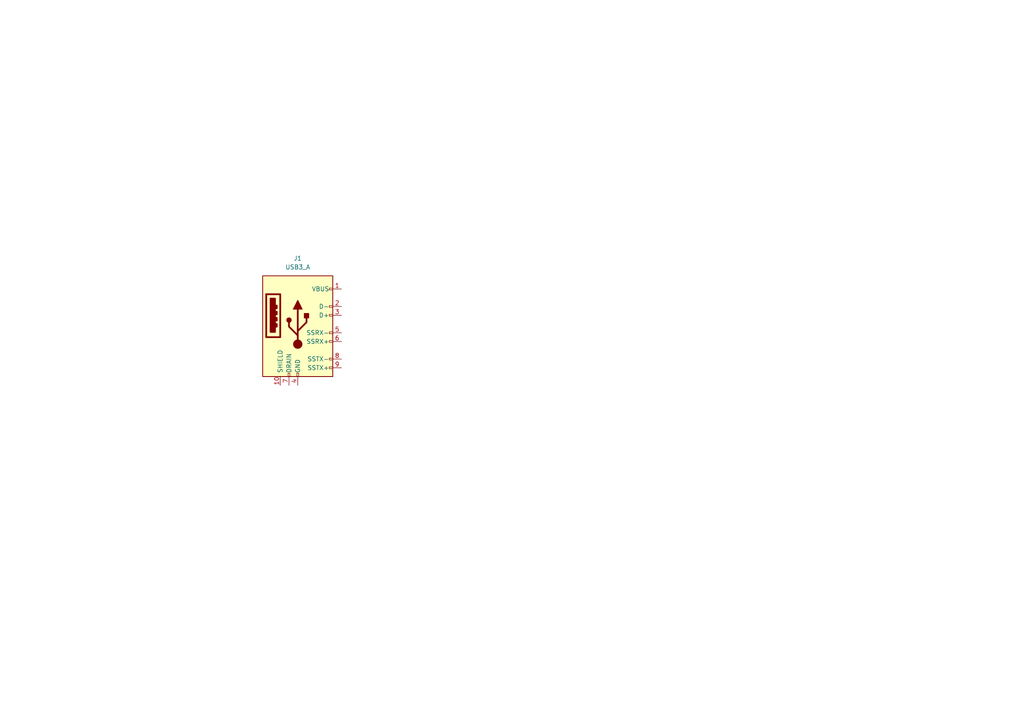
<source format=kicad_sch>
(kicad_sch (version 20230121) (generator eeschema)
  (paper "A4")
  (lib_symbols
    (symbol "Connector:USB3_A" (pin_names (offset 1.016))
      (property "Reference" "J" (at -10.16 15.24 0))
      (property "Value" "USB3_A" (at 10.16 15.24 0))
      (symbol "USB3_A_0_0"
        (rectangle (start -9.144 8.636) (end -5.08 -3.81) (stroke (width 0.508)))
        (rectangle (start -7.874 7.366) (end -6.604 -2.286) (stroke (width 0.508)) (fill (type outline)))
        (rectangle (start -6.35 0) (end -6.096 -0.762) (stroke (width 0.508)))
        (rectangle (start -6.35 1.778) (end -6.096 1.016) (stroke (width 0.508)))
        (rectangle (start -6.35 3.556) (end -6.096 2.794) (stroke (width 0.508)))
        (rectangle (start -6.35 5.334) (end -6.096 4.572) (stroke (width 0.508)))
        (rectangle (start -2.794 -15.24) (end -2.286 -14.224))
        (rectangle (start -0.254 -15.24) (end 0.254 -14.224))
        (rectangle (start 10.16 -12.446) (end 9.144 -12.954))
        (rectangle (start 10.16 -9.906) (end 9.144 -10.414))
        (rectangle (start 10.16 -4.826) (end 9.144 -5.334))
        (rectangle (start 10.16 -2.286) (end 9.144 -2.794))
        (rectangle (start 10.16 2.794) (end 9.144 2.286))
        (rectangle (start 10.16 5.334) (end 9.144 4.826))
        (rectangle (start 10.16 10.414) (end 9.144 9.906))
      )
      (symbol "USB3_A_0_1"
        (rectangle (start -10.16 13.97) (end 10.16 -15.24) (stroke (width 0.254)) (fill (type background)))
      )
      (symbol "USB3_A_1_1"
        (circle (center -2.54 1.143) (radius 0.635) (stroke (width 0.254)) (fill (type outline)))
        (circle (center 0 -5.842) (radius 1.27) (fill (type outline)))
        (polyline (pts (xy 0 -5.842) (xy 0 4.318)) (stroke (width 0.508)))
        (polyline (pts (xy 0 -3.302) (xy -2.54 -0.762) (xy -2.54 0.508)) (stroke (width 0.508)))
        (polyline (pts (xy 0 -2.032) (xy 2.54 0.508) (xy 2.54 1.778)) (stroke (width 0.508)))
        (polyline (pts (xy -1.27 4.318) (xy 0 6.858) (xy 1.27 4.318) (xy -1.27 4.318)) (stroke (width 0.254)) (fill (type outline)))
        (rectangle (start 1.905 1.778) (end 3.175 3.048) (stroke (width 0.254)) (fill (type outline)))
        (pin power_in line (at 12.7 10.16 180) (length 2.54) (name "VBUS") (number "1"))
        (pin passive line (at -5.08 -17.78 90) (length 2.54) (name "SHIELD") (number "10"))
        (pin bidirectional line (at 12.7 5.08 180) (length 2.54) (name "D-") (number "2"))
        (pin bidirectional line (at 12.7 2.54 180) (length 2.54) (name "D+") (number "3"))
        (pin power_in line (at 0 -17.78 90) (length 2.54) (name "GND") (number "4"))
        (pin output line (at 12.7 -2.54 180) (length 2.54) (name "SSRX-") (number "5"))
        (pin output line (at 12.7 -5.08 180) (length 2.54) (name "SSRX+") (number "6"))
        (pin passive line (at -2.54 -17.78 90) (length 2.54) (name "DRAIN") (number "7"))
        (pin input line (at 12.7 -10.16 180) (length 2.54) (name "SSTX-") (number "8"))
        (pin input line (at 12.7 -12.7 180) (length 2.54) (name "SSTX+") (number "9"))
      )
    )
  )
  (symbol (lib_id "Connector:USB3_A") (at 86.36 93.98 0) (unit 1)
    (property "Reference" "J1" (at 86.36 74.93 0))
    (property "Value" "USB3_A" (at 86.36 77.47 0))
    (property "Footprint" "Connector_USB:USB3_A_Receptacle_Wuerth_692122030100" (effects hide))
  )
)
</source>
